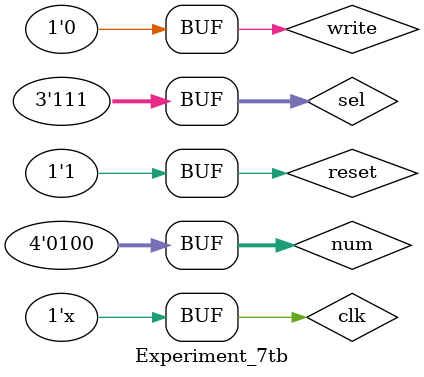
<source format=sv>
`timescale 1ns / 1ps

module Experiment_7tb;

    // Declare test signals
    logic clk;
    logic reset;
    logic write;
    logic [3:0] num;
    logic [2:0] sel;
    logic [6:0] cathode;
    logic [7:0] anode;
    logic dp;

    // Instantiate the DUT (Device Under Test)
    Experiment_7 dut (
        .clk(clk),
        .reset(reset),
        .write(write),
        .num(num),
        .sel(sel),
        .cathode(cathode),
        .anode(anode),
        .dp(dp)
    );

    // Generate a 100 MHz clock (10 ns period)
    always #5 clk = ~clk; 

    initial begin
        // Initialize signals
        clk = 0;
        reset = 1;
        write = 0;
        num = 4'b0000;
        sel = 3'b000;
        #30

        reset = 0; #10
        
        // Write values to different segments
        write = 1; sel = 3'b000; num = 4'b1010; #10
        write = 1; sel = 3'b001; num = 4'b0111; #10
        write = 1; sel = 3'b010; num = 4'b1100; #10
        write = 1; sel = 3'b011; num = 4'b0010; #10
        write = 1; sel = 3'b100; num = 4'b1101; #10
        write = 1; sel = 3'b101; num = 4'b1111; #10
        write = 1; sel = 3'b110; num = 4'b1001; #10
        write = 1; sel = 3'b111; num = 4'b0100; #10

        // Stop writing and observe behavior
        write = 0; 
        
        #270;
        reset = 1; #10;
    end
endmodule
</source>
